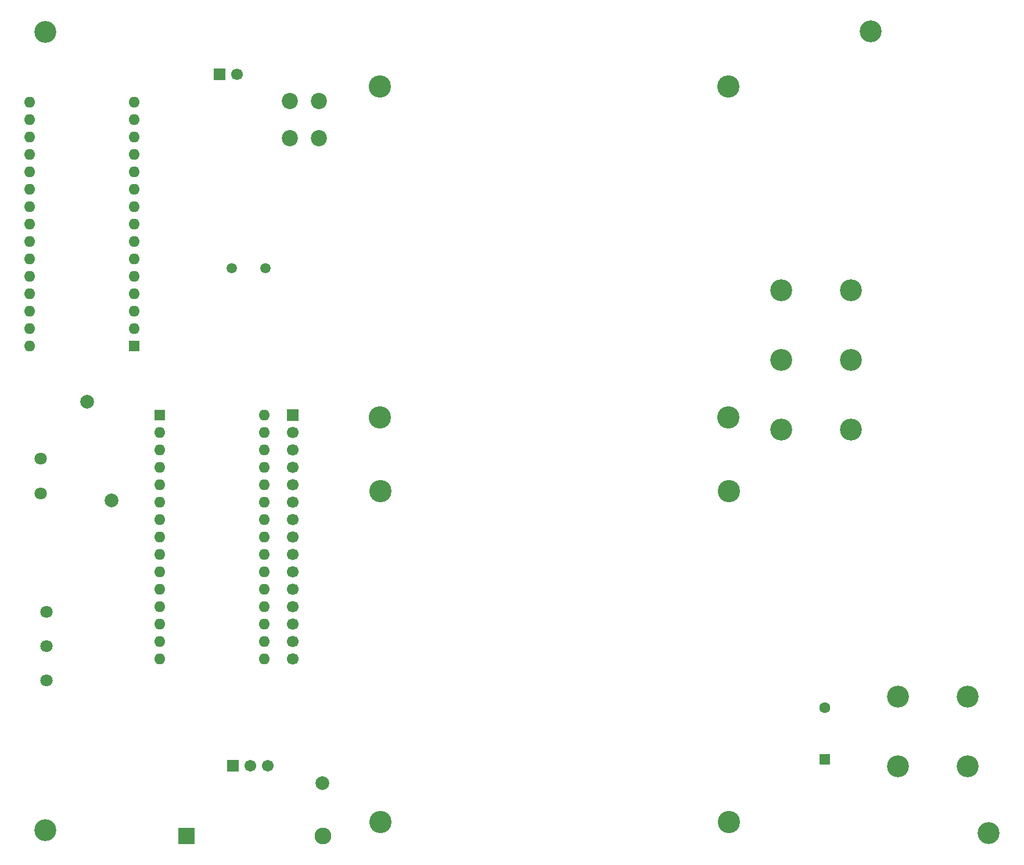
<source format=gbs>
G04 #@! TF.GenerationSoftware,KiCad,Pcbnew,9.0.4*
G04 #@! TF.CreationDate,2025-10-23T22:28:14-07:00*
G04 #@! TF.ProjectId,Urban MC,55726261-6e20-44d4-932e-6b696361645f,rev?*
G04 #@! TF.SameCoordinates,Original*
G04 #@! TF.FileFunction,Soldermask,Bot*
G04 #@! TF.FilePolarity,Negative*
%FSLAX46Y46*%
G04 Gerber Fmt 4.6, Leading zero omitted, Abs format (unit mm)*
G04 Created by KiCad (PCBNEW 9.0.4) date 2025-10-23 22:28:14*
%MOMM*%
%LPD*%
G01*
G04 APERTURE LIST*
G04 Aperture macros list*
%AMRoundRect*
0 Rectangle with rounded corners*
0 $1 Rounding radius*
0 $2 $3 $4 $5 $6 $7 $8 $9 X,Y pos of 4 corners*
0 Add a 4 corners polygon primitive as box body*
4,1,4,$2,$3,$4,$5,$6,$7,$8,$9,$2,$3,0*
0 Add four circle primitives for the rounded corners*
1,1,$1+$1,$2,$3*
1,1,$1+$1,$4,$5*
1,1,$1+$1,$6,$7*
1,1,$1+$1,$8,$9*
0 Add four rect primitives between the rounded corners*
20,1,$1+$1,$2,$3,$4,$5,0*
20,1,$1+$1,$4,$5,$6,$7,0*
20,1,$1+$1,$6,$7,$8,$9,0*
20,1,$1+$1,$8,$9,$2,$3,0*%
G04 Aperture macros list end*
%ADD10C,2.000000*%
%ADD11C,1.803400*%
%ADD12C,1.500000*%
%ADD13C,3.204000*%
%ADD14C,3.200000*%
%ADD15R,1.600000X1.600000*%
%ADD16O,1.600000X1.600000*%
%ADD17R,1.700000X1.700000*%
%ADD18C,1.700000*%
%ADD19RoundRect,0.102000X0.700000X-0.700000X0.700000X0.700000X-0.700000X0.700000X-0.700000X-0.700000X0*%
%ADD20C,1.604000*%
%ADD21C,3.250000*%
%ADD22C,2.454000*%
%ADD23RoundRect,0.102000X-1.125000X-1.125000X1.125000X-1.125000X1.125000X1.125000X-1.125000X1.125000X0*%
%ADD24RoundRect,0.102000X-0.754000X-0.754000X0.754000X-0.754000X0.754000X0.754000X-0.754000X0.754000X0*%
%ADD25C,1.712000*%
%ADD26C,2.362200*%
G04 APERTURE END LIST*
D10*
X137363200Y-142443200D03*
X106629200Y-101244400D03*
X103073200Y-86817200D03*
D11*
X97155000Y-127508000D03*
X97155000Y-122508000D03*
X97155000Y-117508000D03*
D12*
X124161086Y-67335400D03*
X129041086Y-67335400D03*
D13*
X221280000Y-139982500D03*
X231440000Y-139982500D03*
X221280000Y-129822500D03*
X231440000Y-129822500D03*
D14*
X97028000Y-149352000D03*
D15*
X109982000Y-78740000D03*
D16*
X109982000Y-76200000D03*
X109982000Y-73660000D03*
X109982000Y-71120000D03*
X109982000Y-68580000D03*
X109982000Y-66040000D03*
X109982000Y-63500000D03*
X109982000Y-60960000D03*
X109982000Y-58420000D03*
X109982000Y-55880000D03*
X109982000Y-53340000D03*
X109982000Y-50800000D03*
X109982000Y-48260000D03*
X109982000Y-45720000D03*
X109982000Y-43180000D03*
X94742000Y-43180000D03*
X94742000Y-45720000D03*
X94742000Y-48260000D03*
X94742000Y-50800000D03*
X94742000Y-53340000D03*
X94742000Y-55880000D03*
X94742000Y-58420000D03*
X94742000Y-60960000D03*
X94742000Y-63500000D03*
X94742000Y-66040000D03*
X94742000Y-68580000D03*
X94742000Y-71120000D03*
X94742000Y-73660000D03*
X94742000Y-76200000D03*
X94742000Y-78740000D03*
D17*
X122372200Y-39081400D03*
D18*
X124912200Y-39081400D03*
D19*
X210616800Y-138988800D03*
D20*
X210616800Y-131488800D03*
D14*
X217284191Y-32790338D03*
X97028000Y-32893000D03*
D21*
X145810000Y-99850000D03*
X145810000Y-148110000D03*
X196610000Y-99850000D03*
X196610000Y-148110000D03*
D13*
X204304791Y-90905538D03*
X214464791Y-90905538D03*
X204304791Y-80745538D03*
X214464791Y-80745538D03*
X204304791Y-70585538D03*
X214464791Y-70585538D03*
D21*
X145800000Y-40890000D03*
X145800000Y-89150000D03*
X196600000Y-40890000D03*
X196600000Y-89150000D03*
D17*
X133096000Y-88798400D03*
D18*
X133096000Y-91338400D03*
X133096000Y-93878400D03*
X133096000Y-96418400D03*
X133096000Y-98958400D03*
X133096000Y-101498400D03*
X133096000Y-104038400D03*
X133096000Y-106578400D03*
X133096000Y-109118400D03*
X133096000Y-111658400D03*
X133096000Y-114198400D03*
X133096000Y-116738400D03*
X133096000Y-119278400D03*
X133096000Y-121818400D03*
X133096000Y-124358400D03*
D14*
X234517078Y-149753438D03*
D11*
X96320501Y-95084900D03*
X96320501Y-100164900D03*
D22*
X137450000Y-150160000D03*
D23*
X117550000Y-150160000D03*
D15*
X113665000Y-88773000D03*
D16*
X113665000Y-91313000D03*
X113665000Y-93853000D03*
X113665000Y-96393000D03*
X113665000Y-98933000D03*
X113665000Y-101473000D03*
X113665000Y-104013000D03*
X113665000Y-106553000D03*
X113665000Y-109093000D03*
X113665000Y-111633000D03*
X113665000Y-114173000D03*
X113665000Y-116713000D03*
X113665000Y-119253000D03*
X113665000Y-121793000D03*
X113665000Y-124333000D03*
X128905000Y-124333000D03*
X128905000Y-121793000D03*
X128905000Y-119253000D03*
X128905000Y-116713000D03*
X128905000Y-114173000D03*
X128905000Y-111633000D03*
X128905000Y-109093000D03*
X128905000Y-106553000D03*
X128905000Y-104013000D03*
X128905000Y-101473000D03*
X128905000Y-98933000D03*
X128905000Y-96393000D03*
X128905000Y-93853000D03*
X128905000Y-91313000D03*
X128905000Y-88773000D03*
D24*
X124362400Y-139939200D03*
D25*
X126902400Y-139939200D03*
X129442400Y-139939200D03*
D26*
X132672400Y-42929451D03*
X136872398Y-42929451D03*
X132672400Y-48429450D03*
X136872398Y-48429450D03*
M02*

</source>
